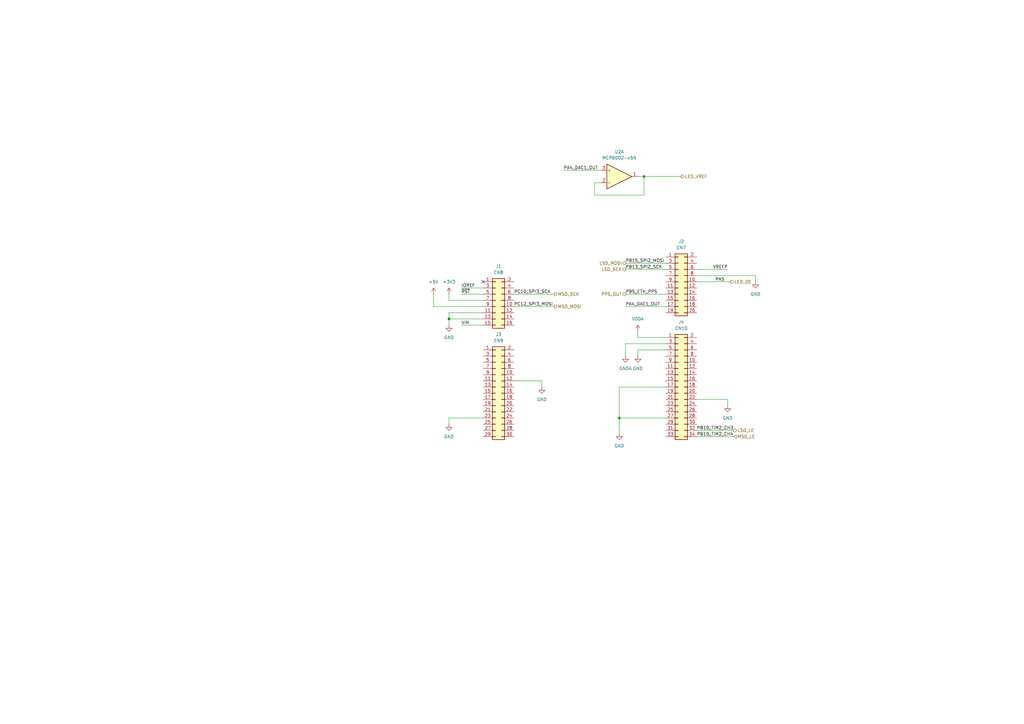
<source format=kicad_sch>
(kicad_sch (version 20250114) (generator "eeschema") (generator_version "9.0")
  (paper "A3")
  (lib_symbols
    (symbol "Amplifier_Operational:MCP6002-xSN" (pin_names (offset 0.127))
      (property "Reference" "U" (at 0 5.08 0))
      (property "Value" "MCP6002-xSN" (at 0 -5.08 0))
      (symbol "MCP6002-xSN_1_1"
        (polyline (pts (xy -5.08 5.08) (xy 5.08 0) (xy -5.08 -5.08) (xy -5.08 5.08)) (stroke (width 0.254)) (fill (type background)))
        (pin input line (at -7.62 2.54 0) (length 2.54) (name "+") (number "3"))
        (pin input line (at -7.62 -2.54 0) (length 2.54) (name "-") (number "2"))
        (pin output line (at 7.62 0 180) (length 2.54) (name "~") (number "1"))
      )
      (symbol "MCP6002-xSN_2_1"
        (polyline (pts (xy -5.08 5.08) (xy 5.08 0) (xy -5.08 -5.08) (xy -5.08 5.08)) (stroke (width 0.254)) (fill (type background)))
        (pin input line (at -7.62 2.54 0) (length 2.54) (name "+") (number "5"))
        (pin input line (at -7.62 -2.54 0) (length 2.54) (name "-") (number "6"))
        (pin output line (at 7.62 0 180) (length 2.54) (name "~") (number "7"))
      )
      (symbol "MCP6002-xSN_3_1"
        (pin power_in line (at -2.54 7.62 270) (length 3.81) (name "V+") (number "8"))
        (pin power_in line (at -2.54 -7.62 90) (length 3.81) (name "V-") (number "4"))
      )
    )
    (symbol "Connector_Generic:Conn_02x08_Odd_Even" (pin_names (offset 1.016) (hide yes))
      (property "Reference" "J" (at 1.27 10.16 0))
      (property "Value" "Conn_02x08_Odd_Even" (at 1.27 -12.7 0))
      (symbol "Conn_02x08_Odd_Even_1_1"
        (rectangle (start -1.27 8.89) (end 3.81 -11.43) (stroke (width 0.254)) (fill (type background)))
        (rectangle (start -1.27 7.747) (end 0 7.493) (stroke (width 0.1524)))
        (rectangle (start -1.27 5.207) (end 0 4.953) (stroke (width 0.1524)))
        (rectangle (start -1.27 2.667) (end 0 2.413) (stroke (width 0.1524)))
        (rectangle (start -1.27 0.127) (end 0 -0.127) (stroke (width 0.1524)))
        (rectangle (start -1.27 -2.413) (end 0 -2.667) (stroke (width 0.1524)))
        (rectangle (start -1.27 -4.953) (end 0 -5.207) (stroke (width 0.1524)))
        (rectangle (start -1.27 -7.493) (end 0 -7.747) (stroke (width 0.1524)))
        (rectangle (start -1.27 -10.033) (end 0 -10.287) (stroke (width 0.1524)))
        (rectangle (start 3.81 7.747) (end 2.54 7.493) (stroke (width 0.1524)))
        (rectangle (start 3.81 5.207) (end 2.54 4.953) (stroke (width 0.1524)))
        (rectangle (start 3.81 2.667) (end 2.54 2.413) (stroke (width 0.1524)))
        (rectangle (start 3.81 0.127) (end 2.54 -0.127) (stroke (width 0.1524)))
        (rectangle (start 3.81 -2.413) (end 2.54 -2.667) (stroke (width 0.1524)))
        (rectangle (start 3.81 -4.953) (end 2.54 -5.207) (stroke (width 0.1524)))
        (rectangle (start 3.81 -7.493) (end 2.54 -7.747) (stroke (width 0.1524)))
        (rectangle (start 3.81 -10.033) (end 2.54 -10.287) (stroke (width 0.1524)))
        (pin passive line (at -5.08 7.62 0) (length 3.81) (name "Pin_1") (number "1"))
        (pin passive line (at -5.08 5.08 0) (length 3.81) (name "Pin_3") (number "3"))
        (pin passive line (at -5.08 2.54 0) (length 3.81) (name "Pin_5") (number "5"))
        (pin passive line (at -5.08 0 0) (length 3.81) (name "Pin_7") (number "7"))
        (pin passive line (at -5.08 -2.54 0) (length 3.81) (name "Pin_9") (number "9"))
        (pin passive line (at -5.08 -5.08 0) (length 3.81) (name "Pin_11") (number "11"))
        (pin passive line (at -5.08 -7.62 0) (length 3.81) (name "Pin_13") (number "13"))
        (pin passive line (at -5.08 -10.16 0) (length 3.81) (name "Pin_15") (number "15"))
        (pin passive line (at 7.62 7.62 180) (length 3.81) (name "Pin_2") (number "2"))
        (pin passive line (at 7.62 5.08 180) (length 3.81) (name "Pin_4") (number "4"))
        (pin passive line (at 7.62 2.54 180) (length 3.81) (name "Pin_6") (number "6"))
        (pin passive line (at 7.62 0 180) (length 3.81) (name "Pin_8") (number "8"))
        (pin passive line (at 7.62 -2.54 180) (length 3.81) (name "Pin_10") (number "10"))
        (pin passive line (at 7.62 -5.08 180) (length 3.81) (name "Pin_12") (number "12"))
        (pin passive line (at 7.62 -7.62 180) (length 3.81) (name "Pin_14") (number "14"))
        (pin passive line (at 7.62 -10.16 180) (length 3.81) (name "Pin_16") (number "16"))
      )
    )
    (symbol "Connector_Generic:Conn_02x10_Odd_Even" (pin_names (offset 1.016) (hide yes))
      (property "Reference" "J" (at 1.27 12.7 0))
      (property "Value" "Conn_02x10_Odd_Even" (at 1.27 -15.24 0))
      (symbol "Conn_02x10_Odd_Even_1_1"
        (rectangle (start -1.27 11.43) (end 3.81 -13.97) (stroke (width 0.254)) (fill (type background)))
        (rectangle (start -1.27 10.287) (end 0 10.033) (stroke (width 0.1524)))
        (rectangle (start -1.27 7.747) (end 0 7.493) (stroke (width 0.1524)))
        (rectangle (start -1.27 5.207) (end 0 4.953) (stroke (width 0.1524)))
        (rectangle (start -1.27 2.667) (end 0 2.413) (stroke (width 0.1524)))
        (rectangle (start -1.27 0.127) (end 0 -0.127) (stroke (width 0.1524)))
        (rectangle (start -1.27 -2.413) (end 0 -2.667) (stroke (width 0.1524)))
        (rectangle (start -1.27 -4.953) (end 0 -5.207) (stroke (width 0.1524)))
        (rectangle (start -1.27 -7.493) (end 0 -7.747) (stroke (width 0.1524)))
        (rectangle (start -1.27 -10.033) (end 0 -10.287) (stroke (width 0.1524)))
        (rectangle (start -1.27 -12.573) (end 0 -12.827) (stroke (width 0.1524)))
        (rectangle (start 3.81 10.287) (end 2.54 10.033) (stroke (width 0.1524)))
        (rectangle (start 3.81 7.747) (end 2.54 7.493) (stroke (width 0.1524)))
        (rectangle (start 3.81 5.207) (end 2.54 4.953) (stroke (width 0.1524)))
        (rectangle (start 3.81 2.667) (end 2.54 2.413) (stroke (width 0.1524)))
        (rectangle (start 3.81 0.127) (end 2.54 -0.127) (stroke (width 0.1524)))
        (rectangle (start 3.81 -2.413) (end 2.54 -2.667) (stroke (width 0.1524)))
        (rectangle (start 3.81 -4.953) (end 2.54 -5.207) (stroke (width 0.1524)))
        (rectangle (start 3.81 -7.493) (end 2.54 -7.747) (stroke (width 0.1524)))
        (rectangle (start 3.81 -10.033) (end 2.54 -10.287) (stroke (width 0.1524)))
        (rectangle (start 3.81 -12.573) (end 2.54 -12.827) (stroke (width 0.1524)))
        (pin passive line (at -5.08 10.16 0) (length 3.81) (name "Pin_1") (number "1"))
        (pin passive line (at -5.08 7.62 0) (length 3.81) (name "Pin_3") (number "3"))
        (pin passive line (at -5.08 5.08 0) (length 3.81) (name "Pin_5") (number "5"))
        (pin passive line (at -5.08 2.54 0) (length 3.81) (name "Pin_7") (number "7"))
        (pin passive line (at -5.08 0 0) (length 3.81) (name "Pin_9") (number "9"))
        (pin passive line (at -5.08 -2.54 0) (length 3.81) (name "Pin_11") (number "11"))
        (pin passive line (at -5.08 -5.08 0) (length 3.81) (name "Pin_13") (number "13"))
        (pin passive line (at -5.08 -7.62 0) (length 3.81) (name "Pin_15") (number "15"))
        (pin passive line (at -5.08 -10.16 0) (length 3.81) (name "Pin_17") (number "17"))
        (pin passive line (at -5.08 -12.7 0) (length 3.81) (name "Pin_19") (number "19"))
        (pin passive line (at 7.62 10.16 180) (length 3.81) (name "Pin_2") (number "2"))
        (pin passive line (at 7.62 7.62 180) (length 3.81) (name "Pin_4") (number "4"))
        (pin passive line (at 7.62 5.08 180) (length 3.81) (name "Pin_6") (number "6"))
        (pin passive line (at 7.62 2.54 180) (length 3.81) (name "Pin_8") (number "8"))
        (pin passive line (at 7.62 0 180) (length 3.81) (name "Pin_10") (number "10"))
        (pin passive line (at 7.62 -2.54 180) (length 3.81) (name "Pin_12") (number "12"))
        (pin passive line (at 7.62 -5.08 180) (length 3.81) (name "Pin_14") (number "14"))
        (pin passive line (at 7.62 -7.62 180) (length 3.81) (name "Pin_16") (number "16"))
        (pin passive line (at 7.62 -10.16 180) (length 3.81) (name "Pin_18") (number "18"))
        (pin passive line (at 7.62 -12.7 180) (length 3.81) (name "Pin_20") (number "20"))
      )
    )
    (symbol "Connector_Generic:Conn_02x15_Odd_Even" (pin_names (offset 1.016) (hide yes))
      (property "Reference" "J" (at 1.27 20.32 0))
      (property "Value" "Conn_02x15_Odd_Even" (at 1.27 -20.32 0))
      (symbol "Conn_02x15_Odd_Even_1_1"
        (rectangle (start -1.27 19.05) (end 3.81 -19.05) (stroke (width 0.254)) (fill (type background)))
        (rectangle (start -1.27 17.907) (end 0 17.653) (stroke (width 0.1524)))
        (rectangle (start -1.27 15.367) (end 0 15.113) (stroke (width 0.1524)))
        (rectangle (start -1.27 12.827) (end 0 12.573) (stroke (width 0.1524)))
        (rectangle (start -1.27 10.287) (end 0 10.033) (stroke (width 0.1524)))
        (rectangle (start -1.27 7.747) (end 0 7.493) (stroke (width 0.1524)))
        (rectangle (start -1.27 5.207) (end 0 4.953) (stroke (width 0.1524)))
        (rectangle (start -1.27 2.667) (end 0 2.413) (stroke (width 0.1524)))
        (rectangle (start -1.27 0.127) (end 0 -0.127) (stroke (width 0.1524)))
        (rectangle (start -1.27 -2.413) (end 0 -2.667) (stroke (width 0.1524)))
        (rectangle (start -1.27 -4.953) (end 0 -5.207) (stroke (width 0.1524)))
        (rectangle (start -1.27 -7.493) (end 0 -7.747) (stroke (width 0.1524)))
        (rectangle (start -1.27 -10.033) (end 0 -10.287) (stroke (width 0.1524)))
        (rectangle (start -1.27 -12.573) (end 0 -12.827) (stroke (width 0.1524)))
        (rectangle (start -1.27 -15.113) (end 0 -15.367) (stroke (width 0.1524)))
        (rectangle (start -1.27 -17.653) (end 0 -17.907) (stroke (width 0.1524)))
        (rectangle (start 3.81 17.907) (end 2.54 17.653) (stroke (width 0.1524)))
        (rectangle (start 3.81 15.367) (end 2.54 15.113) (stroke (width 0.1524)))
        (rectangle (start 3.81 12.827) (end 2.54 12.573) (stroke (width 0.1524)))
        (rectangle (start 3.81 10.287) (end 2.54 10.033) (stroke (width 0.1524)))
        (rectangle (start 3.81 7.747) (end 2.54 7.493) (stroke (width 0.1524)))
        (rectangle (start 3.81 5.207) (end 2.54 4.953) (stroke (width 0.1524)))
        (rectangle (start 3.81 2.667) (end 2.54 2.413) (stroke (width 0.1524)))
        (rectangle (start 3.81 0.127) (end 2.54 -0.127) (stroke (width 0.1524)))
        (rectangle (start 3.81 -2.413) (end 2.54 -2.667) (stroke (width 0.1524)))
        (rectangle (start 3.81 -4.953) (end 2.54 -5.207) (stroke (width 0.1524)))
        (rectangle (start 3.81 -7.493) (end 2.54 -7.747) (stroke (width 0.1524)))
        (rectangle (start 3.81 -10.033) (end 2.54 -10.287) (stroke (width 0.1524)))
        (rectangle (start 3.81 -12.573) (end 2.54 -12.827) (stroke (width 0.1524)))
        (rectangle (start 3.81 -15.113) (end 2.54 -15.367) (stroke (width 0.1524)))
        (rectangle (start 3.81 -17.653) (end 2.54 -17.907) (stroke (width 0.1524)))
        (pin passive line (at -5.08 17.78 0) (length 3.81) (name "Pin_1") (number "1"))
        (pin passive line (at -5.08 15.24 0) (length 3.81) (name "Pin_3") (number "3"))
        (pin passive line (at -5.08 12.7 0) (length 3.81) (name "Pin_5") (number "5"))
        (pin passive line (at -5.08 10.16 0) (length 3.81) (name "Pin_7") (number "7"))
        (pin passive line (at -5.08 7.62 0) (length 3.81) (name "Pin_9") (number "9"))
        (pin passive line (at -5.08 5.08 0) (length 3.81) (name "Pin_11") (number "11"))
        (pin passive line (at -5.08 2.54 0) (length 3.81) (name "Pin_13") (number "13"))
        (pin passive line (at -5.08 0 0) (length 3.81) (name "Pin_15") (number "15"))
        (pin passive line (at -5.08 -2.54 0) (length 3.81) (name "Pin_17") (number "17"))
        (pin passive line (at -5.08 -5.08 0) (length 3.81) (name "Pin_19") (number "19"))
        (pin passive line (at -5.08 -7.62 0) (length 3.81) (name "Pin_21") (number "21"))
        (pin passive line (at -5.08 -10.16 0) (length 3.81) (name "Pin_23") (number "23"))
        (pin passive line (at -5.08 -12.7 0) (length 3.81) (name "Pin_25") (number "25"))
        (pin passive line (at -5.08 -15.24 0) (length 3.81) (name "Pin_27") (number "27"))
        (pin passive line (at -5.08 -17.78 0) (length 3.81) (name "Pin_29") (number "29"))
        (pin passive line (at 7.62 17.78 180) (length 3.81) (name "Pin_2") (number "2"))
        (pin passive line (at 7.62 15.24 180) (length 3.81) (name "Pin_4") (number "4"))
        (pin passive line (at 7.62 12.7 180) (length 3.81) (name "Pin_6") (number "6"))
        (pin passive line (at 7.62 10.16 180) (length 3.81) (name "Pin_8") (number "8"))
        (pin passive line (at 7.62 7.62 180) (length 3.81) (name "Pin_10") (number "10"))
        (pin passive line (at 7.62 5.08 180) (length 3.81) (name "Pin_12") (number "12"))
        (pin passive line (at 7.62 2.54 180) (length 3.81) (name "Pin_14") (number "14"))
        (pin passive line (at 7.62 0 180) (length 3.81) (name "Pin_16") (number "16"))
        (pin passive line (at 7.62 -2.54 180) (length 3.81) (name "Pin_18") (number "18"))
        (pin passive line (at 7.62 -5.08 180) (length 3.81) (name "Pin_20") (number "20"))
        (pin passive line (at 7.62 -7.62 180) (length 3.81) (name "Pin_22") (number "22"))
        (pin passive line (at 7.62 -10.16 180) (length 3.81) (name "Pin_24") (number "24"))
        (pin passive line (at 7.62 -12.7 180) (length 3.81) (name "Pin_26") (number "26"))
        (pin passive line (at 7.62 -15.24 180) (length 3.81) (name "Pin_28") (number "28"))
        (pin passive line (at 7.62 -17.78 180) (length 3.81) (name "Pin_30") (number "30"))
      )
    )
    (symbol "Connector_Generic:Conn_02x17_Odd_Even" (pin_names (offset 1.016) (hide yes))
      (property "Reference" "J" (at 1.27 22.86 0))
      (property "Value" "Conn_02x17_Odd_Even" (at 1.27 -22.86 0))
      (symbol "Conn_02x17_Odd_Even_1_1"
        (rectangle (start -1.27 21.59) (end 3.81 -21.59) (stroke (width 0.254)) (fill (type background)))
        (rectangle (start -1.27 20.447) (end 0 20.193) (stroke (width 0.1524)))
        (rectangle (start -1.27 17.907) (end 0 17.653) (stroke (width 0.1524)))
        (rectangle (start -1.27 15.367) (end 0 15.113) (stroke (width 0.1524)))
        (rectangle (start -1.27 12.827) (end 0 12.573) (stroke (width 0.1524)))
        (rectangle (start -1.27 10.287) (end 0 10.033) (stroke (width 0.1524)))
        (rectangle (start -1.27 7.747) (end 0 7.493) (stroke (width 0.1524)))
        (rectangle (start -1.27 5.207) (end 0 4.953) (stroke (width 0.1524)))
        (rectangle (start -1.27 2.667) (end 0 2.413) (stroke (width 0.1524)))
        (rectangle (start -1.27 0.127) (end 0 -0.127) (stroke (width 0.1524)))
        (rectangle (start -1.27 -2.413) (end 0 -2.667) (stroke (width 0.1524)))
        (rectangle (start -1.27 -4.953) (end 0 -5.207) (stroke (width 0.1524)))
        (rectangle (start -1.27 -7.493) (end 0 -7.747) (stroke (width 0.1524)))
        (rectangle (start -1.27 -10.033) (end 0 -10.287) (stroke (width 0.1524)))
        (rectangle (start -1.27 -12.573) (end 0 -12.827) (stroke (width 0.1524)))
        (rectangle (start -1.27 -15.113) (end 0 -15.367) (stroke (width 0.1524)))
        (rectangle (start -1.27 -17.653) (end 0 -17.907) (stroke (width 0.1524)))
        (rectangle (start -1.27 -20.193) (end 0 -20.447) (stroke (width 0.1524)))
        (rectangle (start 3.81 20.447) (end 2.54 20.193) (stroke (width 0.1524)))
        (rectangle (start 3.81 17.907) (end 2.54 17.653) (stroke (width 0.1524)))
        (rectangle (start 3.81 15.367) (end 2.54 15.113) (stroke (width 0.1524)))
        (rectangle (start 3.81 12.827) (end 2.54 12.573) (stroke (width 0.1524)))
        (rectangle (start 3.81 10.287) (end 2.54 10.033) (stroke (width 0.1524)))
        (rectangle (start 3.81 7.747) (end 2.54 7.493) (stroke (width 0.1524)))
        (rectangle (start 3.81 5.207) (end 2.54 4.953) (stroke (width 0.1524)))
        (rectangle (start 3.81 2.667) (end 2.54 2.413) (stroke (width 0.1524)))
        (rectangle (start 3.81 0.127) (end 2.54 -0.127) (stroke (width 0.1524)))
        (rectangle (start 3.81 -2.413) (end 2.54 -2.667) (stroke (width 0.1524)))
        (rectangle (start 3.81 -4.953) (end 2.54 -5.207) (stroke (width 0.1524)))
        (rectangle (start 3.81 -7.493) (end 2.54 -7.747) (stroke (width 0.1524)))
        (rectangle (start 3.81 -10.033) (end 2.54 -10.287) (stroke (width 0.1524)))
        (rectangle (start 3.81 -12.573) (end 2.54 -12.827) (stroke (width 0.1524)))
        (rectangle (start 3.81 -15.113) (end 2.54 -15.367) (stroke (width 0.1524)))
        (rectangle (start 3.81 -17.653) (end 2.54 -17.907) (stroke (width 0.1524)))
        (rectangle (start 3.81 -20.193) (end 2.54 -20.447) (stroke (width 0.1524)))
        (pin passive line (at -5.08 20.32 0) (length 3.81) (name "Pin_1") (number "1"))
        (pin passive line (at -5.08 17.78 0) (length 3.81) (name "Pin_3") (number "3"))
        (pin passive line (at -5.08 15.24 0) (length 3.81) (name "Pin_5") (number "5"))
        (pin passive line (at -5.08 12.7 0) (length 3.81) (name "Pin_7") (number "7"))
        (pin passive line (at -5.08 10.16 0) (length 3.81) (name "Pin_9") (number "9"))
        (pin passive line (at -5.08 7.62 0) (length 3.81) (name "Pin_11") (number "11"))
        (pin passive line (at -5.08 5.08 0) (length 3.81) (name "Pin_13") (number "13"))
        (pin passive line (at -5.08 2.54 0) (length 3.81) (name "Pin_15") (number "15"))
        (pin passive line (at -5.08 0 0) (length 3.81) (name "Pin_17") (number "17"))
        (pin passive line (at -5.08 -2.54 0) (length 3.81) (name "Pin_19") (number "19"))
        (pin passive line (at -5.08 -5.08 0) (length 3.81) (name "Pin_21") (number "21"))
        (pin passive line (at -5.08 -7.62 0) (length 3.81) (name "Pin_23") (number "23"))
        (pin passive line (at -5.08 -10.16 0) (length 3.81) (name "Pin_25") (number "25"))
        (pin passive line (at -5.08 -12.7 0) (length 3.81) (name "Pin_27") (number "27"))
        (pin passive line (at -5.08 -15.24 0) (length 3.81) (name "Pin_29") (number "29"))
        (pin passive line (at -5.08 -17.78 0) (length 3.81) (name "Pin_31") (number "31"))
        (pin passive line (at -5.08 -20.32 0) (length 3.81) (name "Pin_33") (number "33"))
        (pin passive line (at 7.62 20.32 180) (length 3.81) (name "Pin_2") (number "2"))
        (pin passive line (at 7.62 17.78 180) (length 3.81) (name "Pin_4") (number "4"))
        (pin passive line (at 7.62 15.24 180) (length 3.81) (name "Pin_6") (number "6"))
        (pin passive line (at 7.62 12.7 180) (length 3.81) (name "Pin_8") (number "8"))
        (pin passive line (at 7.62 10.16 180) (length 3.81) (name "Pin_10") (number "10"))
        (pin passive line (at 7.62 7.62 180) (length 3.81) (name "Pin_12") (number "12"))
        (pin passive line (at 7.62 5.08 180) (length 3.81) (name "Pin_14") (number "14"))
        (pin passive line (at 7.62 2.54 180) (length 3.81) (name "Pin_16") (number "16"))
        (pin passive line (at 7.62 0 180) (length 3.81) (name "Pin_18") (number "18"))
        (pin passive line (at 7.62 -2.54 180) (length 3.81) (name "Pin_20") (number "20"))
        (pin passive line (at 7.62 -5.08 180) (length 3.81) (name "Pin_22") (number "22"))
        (pin passive line (at 7.62 -7.62 180) (length 3.81) (name "Pin_24") (number "24"))
        (pin passive line (at 7.62 -10.16 180) (length 3.81) (name "Pin_26") (number "26"))
        (pin passive line (at 7.62 -12.7 180) (length 3.81) (name "Pin_28") (number "28"))
        (pin passive line (at 7.62 -15.24 180) (length 3.81) (name "Pin_30") (number "30"))
        (pin passive line (at 7.62 -17.78 180) (length 3.81) (name "Pin_32") (number "32"))
        (pin passive line (at 7.62 -20.32 180) (length 3.81) (name "Pin_34") (number "34"))
      )
    )
    (symbol "power:+3V3" (power) (pin_numbers (hide yes)) (pin_names (offset 0) (hide yes))
      (property "Value" "+3V3" (at 0 3.556 0))
      (symbol "+3V3_0_1"
        (polyline (pts (xy -0.762 1.27) (xy 0 2.54)))
        (polyline (pts (xy 0 2.54) (xy 0.762 1.27)))
        (polyline (pts (xy 0 0) (xy 0 2.54)))
      )
      (symbol "+3V3_1_1"
        (pin power_in line (at 0 0 90) (length 0) (name "~") (number "1"))
      )
    )
    (symbol "power:+5V" (power) (pin_numbers (hide yes)) (pin_names (offset 0) (hide yes))
      (property "Value" "+5V" (at 0 3.556 0))
      (symbol "+5V_0_1"
        (polyline (pts (xy -0.762 1.27) (xy 0 2.54)))
        (polyline (pts (xy 0 2.54) (xy 0.762 1.27)))
        (polyline (pts (xy 0 0) (xy 0 2.54)))
      )
      (symbol "+5V_1_1"
        (pin power_in line (at 0 0 90) (length 0) (name "~") (number "1"))
      )
    )
    (symbol "power:GND" (power) (pin_numbers (hide yes)) (pin_names (offset 0) (hide yes))
      (property "Value" "GND" (at 0 -3.81 0))
      (symbol "GND_0_1"
        (polyline (pts (xy 0 0) (xy 0 -1.27) (xy 1.27 -1.27) (xy 0 -2.54) (xy -1.27 -1.27) (xy 0 -1.27)))
      )
      (symbol "GND_1_1"
        (pin power_in line (at 0 0 270) (length 0) (name "~") (number "1"))
      )
    )
    (symbol "power:GNDA" (power) (pin_numbers (hide yes)) (pin_names (offset 0) (hide yes))
      (property "Value" "GNDA" (at 0 -3.81 0))
      (symbol "GNDA_0_1"
        (polyline (pts (xy 0 0) (xy 0 -1.27) (xy 1.27 -1.27) (xy 0 -2.54) (xy -1.27 -1.27) (xy 0 -1.27)))
      )
      (symbol "GNDA_1_1"
        (pin power_in line (at 0 0 270) (length 0) (name "~") (number "1"))
      )
    )
    (symbol "power:VDDA" (power) (pin_numbers (hide yes)) (pin_names (offset 0) (hide yes))
      (property "Value" "VDDA" (at 0 3.556 0))
      (symbol "VDDA_0_1"
        (polyline (pts (xy -0.762 1.27) (xy 0 2.54)))
        (polyline (pts (xy 0 2.54) (xy 0.762 1.27)))
        (polyline (pts (xy 0 0) (xy 0 2.54)))
      )
      (symbol "VDDA_1_1"
        (pin power_in line (at 0 0 90) (length 0) (name "~") (number "1"))
      )
    )
  )
  (junction (at 264.16 72.39))
  (junction (at 184.15 130.81))
  (junction (at 254 171.45))
  (no_connect (at 198.12 115.57))
  (wire (pts (xy 210.82 156.21) (xy 222.25 156.21)))
  (wire (pts (xy 273.05 140.97) (xy 256.54 140.97)))
  (wire (pts (xy 243.84 74.93) (xy 243.84 80.01)))
  (wire (pts (xy 285.75 115.57) (xy 299.72 115.57)))
  (wire (pts (xy 184.15 128.27) (xy 184.15 130.81)))
  (wire (pts (xy 285.75 110.49) (xy 298.45 110.49)))
  (wire (pts (xy 231.14 69.85) (xy 246.38 69.85)))
  (wire (pts (xy 210.82 125.73) (xy 227.33 125.73)))
  (wire (pts (xy 264.16 80.01) (xy 264.16 72.39)))
  (wire (pts (xy 285.75 179.07) (xy 300.99 179.07)))
  (wire (pts (xy 243.84 80.01) (xy 264.16 80.01)))
  (wire (pts (xy 184.15 130.81) (xy 184.15 133.35)))
  (wire (pts (xy 273.05 143.51) (xy 261.62 143.51)))
  (wire (pts (xy 198.12 128.27) (xy 184.15 128.27)))
  (wire (pts (xy 256.54 110.49) (xy 273.05 110.49)))
  (wire (pts (xy 189.23 133.35) (xy 198.12 133.35)))
  (wire (pts (xy 246.38 74.93) (xy 243.84 74.93)))
  (wire (pts (xy 189.23 120.65) (xy 198.12 120.65)))
  (wire (pts (xy 184.15 120.65) (xy 184.15 123.19)))
  (wire (pts (xy 222.25 156.21) (xy 222.25 158.75)))
  (wire (pts (xy 189.23 118.11) (xy 198.12 118.11)))
  (wire (pts (xy 273.05 138.43) (xy 261.62 138.43)))
  (wire (pts (xy 256.54 140.97) (xy 256.54 146.05)))
  (wire (pts (xy 285.75 176.53) (xy 300.99 176.53)))
  (wire (pts (xy 285.75 163.83) (xy 298.45 163.83)))
  (wire (pts (xy 256.54 125.73) (xy 273.05 125.73)))
  (wire (pts (xy 198.12 171.45) (xy 184.15 171.45)))
  (wire (pts (xy 184.15 130.81) (xy 198.12 130.81)))
  (wire (pts (xy 285.75 113.03) (xy 309.88 113.03)))
  (wire (pts (xy 254 158.75) (xy 254 171.45)))
  (wire (pts (xy 254 171.45) (xy 273.05 171.45)))
  (wire (pts (xy 309.88 113.03) (xy 309.88 115.57)))
  (wire (pts (xy 256.54 107.95) (xy 273.05 107.95)))
  (wire (pts (xy 256.54 120.65) (xy 273.05 120.65)))
  (wire (pts (xy 198.12 125.73) (xy 177.8 125.73)))
  (wire (pts (xy 254 171.45) (xy 254 177.8)))
  (wire (pts (xy 184.15 171.45) (xy 184.15 173.99)))
  (wire (pts (xy 264.16 72.39) (xy 261.62 72.39)))
  (wire (pts (xy 210.82 120.65) (xy 227.33 120.65)))
  (wire (pts (xy 273.05 158.75) (xy 254 158.75)))
  (wire (pts (xy 261.62 138.43) (xy 261.62 135.89)))
  (wire (pts (xy 184.15 123.19) (xy 198.12 123.19)))
  (wire (pts (xy 298.45 163.83) (xy 298.45 166.37)))
  (wire (pts (xy 177.8 125.73) (xy 177.8 120.65)))
  (wire (pts (xy 261.62 143.51) (xy 261.62 146.05)))
  (wire (pts (xy 264.16 72.39) (xy 279.4 72.39)))
  (label "PB15_SPI2_MOSI" (at 256.54 107.95 0))
  (label "PB5_ETH_PPS" (at 256.54 120.65 0))
  (label "PA4_DAC1_OUT" (at 256.54 125.73 0))
  (label "~{RST}" (at 189.23 120.65 0))
  (label "PB13_SPI2_SCK" (at 256.54 110.49 0))
  (label "PA5" (at 293.37 115.57 0))
  (label "PC10_SPI3_SCK" (at 210.82 120.65 0))
  (label "PB10_TIM2_CH3" (at 285.75 176.53 0))
  (label "PA4_DAC1_OUT" (at 231.14 69.85 0))
  (label "VIN" (at 189.23 133.35 0))
  (label "IOREF" (at 189.23 118.11 0))
  (label "PC12_SPI3_MOSI" (at 210.82 125.73 0))
  (label "PB10_TIM2_CH4" (at 285.75 179.07 0))
  (label "VREFP" (at 298.45 110.49 180))
  (hierarchical_label "MSD_LE" (shape input) (at 300.99 179.07 0))
  (hierarchical_label "MSD_SCK" (shape output) (at 227.33 120.65 0))
  (hierarchical_label "PPS_OUT" (shape output) (at 256.54 120.65 180))
  (hierarchical_label "LSD_MOSI" (shape output) (at 256.54 107.95 180))
  (hierarchical_label "MSD_MOSI" (shape output) (at 227.33 125.73 0))
  (hierarchical_label "LED_OE" (shape output) (at 299.72 115.57 0))
  (hierarchical_label "LED_VREF" (shape output) (at 279.4 72.39 0))
  (hierarchical_label "LSD_SCK" (shape output) (at 256.54 110.49 180))
  (hierarchical_label "LSD_LE" (shape output) (at 300.99 176.53 0))
  (symbol (lib_id "power:GNDA") (at 256.54 146.05 0) (unit 1)
    (property "Reference" "#PWR028" (effects (hide yes)))
    (property "Value" "GNDA" (at 256.54 151.13 0))
    (property "Description" "Power symbol creates a global label with name \"GNDA\" , analog ground" (effects (hide yes)))
  )
  (symbol (lib_id "Connector_Generic:Conn_02x10_Odd_Even") (at 278.13 115.57 0) (unit 1)
    (property "Reference" "J2" (at 279.4 99.06 0))
    (property "Value" "CN7" (at 279.4 101.6 0))
    (property "Footprint" "Connector_PinHeader_2.54mm:PinHeader_2x10_P2.54mm_Vertical" (effects (hide yes)))
  )
  (symbol (lib_id "power:GND") (at 184.15 133.35 0) (unit 1)
    (property "Reference" "#PWR025" (effects (hide yes)))
    (property "Value" "GND" (at 184.15 138.43 0))
    (property "Description" "Power symbol creates a global label with name \"GND\" , ground" (effects (hide yes)))
  )
  (symbol (lib_id "power:GND") (at 254 177.8 0) (unit 1)
    (property "Reference" "#PWR031" (effects (hide yes)))
    (property "Value" "GND" (at 254 182.88 0))
    (property "Description" "Power symbol creates a global label with name \"GND\" , ground" (effects (hide yes)))
  )
  (symbol (lib_id "Connector_Generic:Conn_02x08_Odd_Even") (at 203.2 123.19 0) (unit 1)
    (property "Reference" "J1" (at 204.47 109.22 0))
    (property "Value" "CN8" (at 204.47 111.76 0))
    (property "Footprint" "Connector_PinHeader_2.54mm:PinHeader_2x08_P2.54mm_Vertical" (effects (hide yes)))
  )
  (symbol (lib_id "power:GND") (at 184.15 173.99 0) (unit 1)
    (property "Reference" "#PWR026" (effects (hide yes)))
    (property "Value" "GND" (at 184.15 179.07 0))
    (property "Description" "Power symbol creates a global label with name \"GND\" , ground" (effects (hide yes)))
  )
  (symbol (lib_id "Amplifier_Operational:MCP6002-xSN") (at 254 72.39 0) (unit 1)
    (property "Reference" "U2" (at 254 62.23 0))
    (property "Value" "MCP6002-xSN" (at 254 64.77 0))
    (property "Footprint" "Package_SO:SOIC-8_3.9x4.9mm_P1.27mm" (effects (hide yes)))
    (property "Datasheet" "http://ww1.microchip.com/downloads/en/DeviceDoc/21733j.pdf" (effects (hide yes)))
    (property "Description" "1MHz, Low-Power Op Amp, SOIC-8" (effects (hide yes)))
    (property "LCSC" "C7377" (effects (hide yes)))
  )
  (symbol (lib_id "Connector_Generic:Conn_02x17_Odd_Even") (at 278.13 158.75 0) (unit 1)
    (property "Reference" "J4" (at 279.4 132.08 0))
    (property "Value" "CN10" (at 279.4 134.62 0))
    (property "Footprint" "Connector_PinHeader_2.54mm:PinHeader_2x17_P2.54mm_Vertical" (effects (hide yes)))
  )
  (symbol (lib_id "Connector_Generic:Conn_02x15_Odd_Even") (at 203.2 161.29 0) (unit 1)
    (property "Reference" "J3" (at 204.47 137.16 0))
    (property "Value" "CN9" (at 204.47 139.7 0))
    (property "Footprint" "Connector_PinHeader_2.54mm:PinHeader_2x15_P2.54mm_Vertical" (effects (hide yes)))
  )
  (symbol (lib_id "power:GND") (at 261.62 146.05 0) (unit 1)
    (property "Reference" "#PWR030" (effects (hide yes)))
    (property "Value" "GND" (at 261.62 151.13 0))
    (property "Description" "Power symbol creates a global label with name \"GND\" , ground" (effects (hide yes)))
  )
  (symbol (lib_id "power:GND") (at 309.88 115.57 0) (unit 1)
    (property "Reference" "#PWR032" (effects (hide yes)))
    (property "Value" "GND" (at 309.88 120.65 0))
    (property "Description" "Power symbol creates a global label with name \"GND\" , ground" (effects (hide yes)))
  )
  (symbol (lib_id "power:+3V3") (at 184.15 120.65 0) (unit 1)
    (property "Reference" "#PWR024" (effects (hide yes)))
    (property "Value" "+3V3" (at 184.15 115.57 0))
    (property "Description" "Power symbol creates a global label with name \"+3V3\"" (effects (hide yes)))
  )
  (symbol (lib_id "power:GND") (at 222.25 158.75 0) (unit 1)
    (property "Reference" "#PWR027" (effects (hide yes)))
    (property "Value" "GND" (at 222.25 163.83 0))
    (property "Description" "Power symbol creates a global label with name \"GND\" , ground" (effects (hide yes)))
  )
  (symbol (lib_id "power:VDDA") (at 261.62 135.89 0) (unit 1)
    (property "Reference" "#PWR029" (effects (hide yes)))
    (property "Value" "VDDA" (at 261.62 130.81 0))
    (property "Description" "Power symbol creates a global label with name \"VDDA\"" (effects (hide yes)))
  )
  (symbol (lib_id "power:GND") (at 298.45 166.37 0) (unit 1)
    (property "Reference" "#PWR033" (effects (hide yes)))
    (property "Value" "GND" (at 298.45 171.45 0))
    (property "Description" "Power symbol creates a global label with name \"GND\" , ground" (effects (hide yes)))
  )
  (symbol (lib_id "power:+5V") (at 177.8 120.65 0) (unit 1)
    (property "Reference" "#PWR023" (effects (hide yes)))
    (property "Value" "+5V" (at 177.8 115.57 0))
    (property "Description" "Power symbol creates a global label with name \"+5V\"" (effects (hide yes)))
  )
)
</source>
